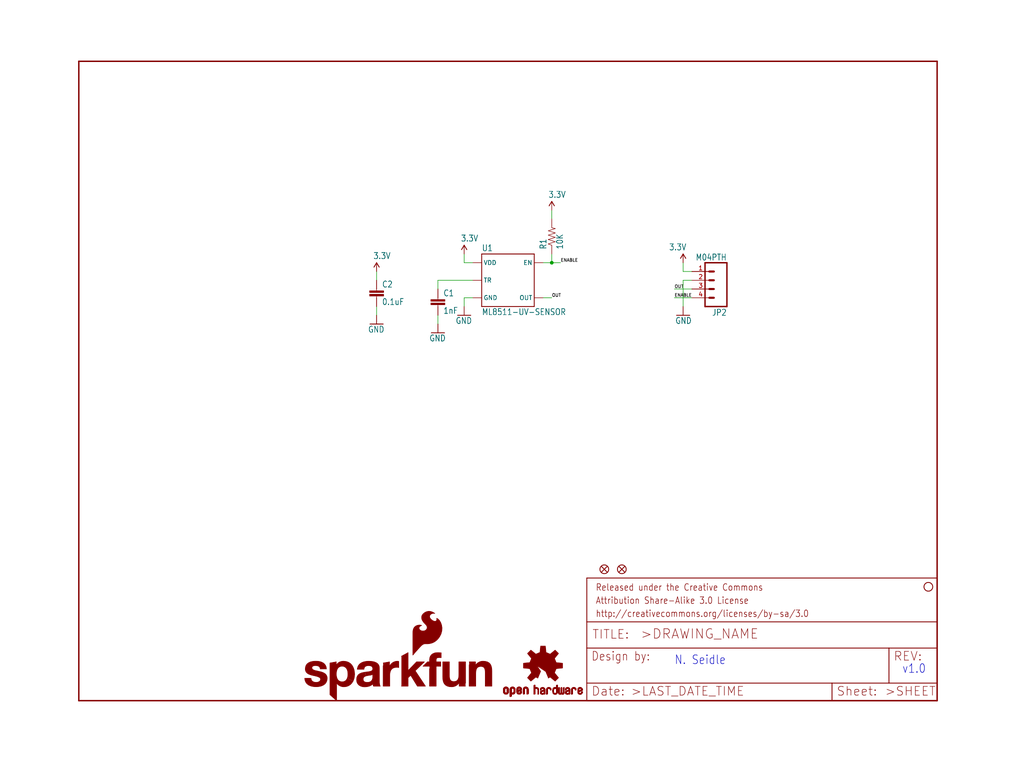
<source format=kicad_sch>
(kicad_sch (version 20211123) (generator eeschema)
  (paper "User" 297.002 223.926)
  (lib_symbols
    (symbol "eagleSchem-eagle-import:0.1UF-25V(+80{slash}-20%)(0603)"
      (property "Reference" "C" (at 1.524 2.921 0))
      (property "Value" "0.1UF-25V(+80{slash}-20%)(0603)" (at 1.524 -2.159 0))
      (symbol "0.1UF-25V(+80{slash}-20%)(0603)_1_0"
        (pin passive line (at 0 5.08 270) (length 2.54) (name "1") (number "1"))
        (pin passive line (at 0 -2.54 90) (length 2.54) (name "2") (number "2"))
      )
    )
    (symbol "eagleSchem-eagle-import:10KOHM1{slash}10W1%(0603)0603"
      (property "Reference" "R" (at -3.81 1.4986 0))
      (property "Value" "10KOHM1{slash}10W1%(0603)0603" (at -3.81 -3.302 0))
      (symbol "10KOHM1{slash}10W1%(0603)0603_1_0"
        (pin passive line (at -5.08 0 0) (length 2.54) (name "1") (number "1"))
        (pin passive line (at 5.08 0 180) (length 2.54) (name "2") (number "2"))
      )
    )
    (symbol "eagleSchem-eagle-import:1NF{slash}1000PF-50V-10%(0603)"
      (property "Reference" "C" (at 1.524 2.921 0))
      (property "Value" "1NF{slash}1000PF-50V-10%(0603)" (at 1.524 -2.159 0))
      (symbol "1NF{slash}1000PF-50V-10%(0603)_1_0"
        (pin passive line (at 0 5.08 270) (length 2.54) (name "1") (number "1"))
        (pin passive line (at 0 -2.54 90) (length 2.54) (name "2") (number "2"))
      )
    )
    (symbol "eagleSchem-eagle-import:3.3V" (power)
      (property "Value" "3.3V" (at -1.016 3.556 0))
      (symbol "3.3V_1_0"
        (pin power_in line (at 0 0 90) (length 2.54) (name "3.3V") (number "1"))
      )
    )
    (symbol "eagleSchem-eagle-import:FIDUCIAL1X2")
    (symbol "eagleSchem-eagle-import:FRAME-LETTER"
      (symbol "FRAME-LETTER_2_0"
        (text ">DRAWING_NAME" (at 15.494 17.78 0) (effects (font (size 2.7432 2.7432)) (justify left bottom)))
        (text ">LAST_DATE_TIME" (at 12.7 1.27 0) (effects (font (size 2.54 2.54)) (justify left bottom)))
        (text ">SHEET" (at 86.36 1.27 0) (effects (font (size 2.54 2.54)) (justify left bottom)))
        (text "Attribution Share-Alike 3.0 License" (at 2.54 27.94 0) (effects (font (size 1.9304 1.6408)) (justify left bottom)))
        (text "Date:" (at 1.27 1.27 0) (effects (font (size 2.54 2.54)) (justify left bottom)))
        (text "Design by:" (at 1.27 11.43 0) (effects (font (size 2.54 2.159)) (justify left bottom)))
        (text "http://creativecommons.org/licenses/by-sa/3.0" (at 2.54 24.13 0) (effects (font (size 1.9304 1.6408)) (justify left bottom)))
        (text "Released under the Creative Commons" (at 2.54 31.75 0) (effects (font (size 1.9304 1.6408)) (justify left bottom)))
        (text "REV:" (at 88.9 11.43 0) (effects (font (size 2.54 2.54)) (justify left bottom)))
        (text "Sheet:" (at 72.39 1.27 0) (effects (font (size 2.54 2.54)) (justify left bottom)))
        (text "TITLE:" (at 1.524 17.78 0) (effects (font (size 2.54 2.54)) (justify left bottom)))
      )
    )
    (symbol "eagleSchem-eagle-import:GND" (power)
      (property "Value" "GND" (at -2.54 -2.54 0))
      (symbol "GND_1_0"
        (pin power_in line (at 0 2.54 270) (length 2.54) (name "GND") (number "1"))
      )
    )
    (symbol "eagleSchem-eagle-import:M04PTH"
      (property "Reference" "JP" (at -5.08 8.382 0))
      (property "Value" "M04PTH" (at -5.08 -7.62 0))
      (symbol "M04PTH_1_0"
        (pin passive line (at 5.08 -2.54 180) (length 5.08) (name "1") (number "1"))
        (pin passive line (at 5.08 0 180) (length 5.08) (name "2") (number "2"))
        (pin passive line (at 5.08 2.54 180) (length 5.08) (name "3") (number "3"))
        (pin passive line (at 5.08 5.08 180) (length 5.08) (name "4") (number "4"))
      )
    )
    (symbol "eagleSchem-eagle-import:ML8511-UV-SENSORSMD"
      (property "Reference" "U" (at -7.62 8.382 0))
      (property "Value" "ML8511-UV-SENSORSMD" (at -7.62 -10.16 0))
      (symbol "ML8511-UV-SENSORSMD_1_0"
        (pin power_in line (at -10.16 0 0) (length 2.54) (name "TR") (number "10"))
        (pin input line (at 10.16 5.08 180) (length 2.54) (name "EN") (number "4"))
        (pin power_in line (at -10.16 -5.08 0) (length 2.54) (name "GND") (number "5"))
        (pin power_in line (at -10.16 5.08 0) (length 2.54) (name "VDD") (number "7"))
        (pin output line (at 10.16 -5.08 180) (length 2.54) (name "OUT") (number "8"))
      )
    )
    (symbol "eagleSchem-eagle-import:OSHW-LOGOS")
    (symbol "eagleSchem-eagle-import:SFE_LOGO_FLAME.1_INCH")
    (symbol "eagleSchem-eagle-import:SFE_LOGO_NAME.1_INCH")
    (symbol "eagleSchem-eagle-import:STAND-OFF")
  )
  (junction (at 160.02 76.2))
  (wire (pts (xy 160.02 60.96) (xy 160.02 63.5)))
  (wire (pts (xy 198.12 81.28) (xy 198.12 88.9)))
  (wire (pts (xy 134.62 86.36) (xy 134.62 88.9)))
  (wire (pts (xy 160.02 73.66) (xy 160.02 76.2)))
  (wire (pts (xy 200.66 81.28) (xy 198.12 81.28)))
  (wire (pts (xy 109.22 88.9) (xy 109.22 91.44)))
  (wire (pts (xy 157.48 76.2) (xy 160.02 76.2)))
  (wire (pts (xy 137.16 76.2) (xy 134.62 76.2)))
  (wire (pts (xy 134.62 76.2) (xy 134.62 73.66)))
  (wire (pts (xy 109.22 78.74) (xy 109.22 81.28)))
  (wire (pts (xy 200.66 86.36) (xy 195.58 86.36)))
  (wire (pts (xy 160.02 76.2) (xy 162.56 76.2)))
  (wire (pts (xy 157.48 86.36) (xy 160.02 86.36)))
  (wire (pts (xy 200.66 83.82) (xy 195.58 83.82)))
  (wire (pts (xy 200.66 78.74) (xy 198.12 78.74)))
  (wire (pts (xy 127 81.28) (xy 127 83.82)))
  (wire (pts (xy 137.16 81.28) (xy 127 81.28)))
  (wire (pts (xy 137.16 86.36) (xy 134.62 86.36)))
  (wire (pts (xy 127 91.44) (xy 127 93.98)))
  (wire (pts (xy 198.12 78.74) (xy 198.12 76.2)))
  (text "v1.0" (at 261.62 195.58 180) (effects (font (size 2.54 2.159)) (justify left bottom)))
  (text "N. Seidle" (at 195.58 193.04 180) (effects (font (size 2.54 2.159)) (justify left bottom)))
  (label "ENABLE" (at 195.58 86.36 0) (effects (font (size 0.889 0.889))))
  (label "OUT" (at 195.58 83.82 0) (effects (font (size 0.889 0.889))))
  (label "OUT" (at 160.02 86.36 0) (effects (font (size 0.889 0.889))))
  (label "ENABLE" (at 162.56 76.2 0) (effects (font (size 0.889 0.889))))
  (symbol (lib_id "eagleSchem-eagle-import:FIDUCIAL1X2") (at 175.26 165.1 0) (unit 1)
    (property "Reference" "FID1" (effects hide))
    (property "Value" "FIDUCIAL1X2" (effects hide))
    (property "Footprint" "eagleSchem:FIDUCIAL-1X2" (effects hide))
  )
  (symbol (lib_id "eagleSchem-eagle-import:ML8511-UV-SENSORSMD") (at 147.32 81.28 0) (unit 1)
    (property "Reference" "U1" (at 139.7 72.898 0) (effects (font (size 1.778 1.5113)) (justify left bottom)))
    (property "Value" "ML8511-UV-SENSOR" (at 139.7 91.44 0) (effects (font (size 1.778 1.5113)) (justify left bottom)))
    (property "Footprint" "eagleSchem:ML8511" (effects hide))
  )
  (symbol (lib_id "eagleSchem-eagle-import:SFE_LOGO_FLAME.1_INCH") (at 119.38 190.5 0) (unit 1)
    (property "Reference" "LOGO3" (effects hide))
    (property "Value" "SFE_LOGO_FLAME.1_INCH" (effects hide))
    (property "Footprint" "eagleSchem:SFE_LOGO_FLAME_.1" (effects hide))
  )
  (symbol (lib_id "eagleSchem-eagle-import:GND") (at 198.12 91.44 0) (mirror y) (unit 1)
    (property "Reference" "#GND1" (effects hide))
    (property "Value" "GND" (at 200.66 93.98 0) (effects (font (size 1.778 1.5113)) (justify left bottom)))
    (property "Footprint" "eagleSchem:" (effects hide))
  )
  (symbol (lib_id "eagleSchem-eagle-import:STAND-OFF") (at 269.24 170.18 0) (unit 1)
    (property "Reference" "STANDOFF1" (effects hide))
    (property "Value" "STAND-OFF" (effects hide))
    (property "Footprint" "eagleSchem:STAND-OFF" (effects hide))
  )
  (symbol (lib_id "eagleSchem-eagle-import:OSHW-LOGOS") (at 157.48 193.04 0) (unit 1)
    (property "Reference" "LOGO2" (effects hide))
    (property "Value" "OSHW-LOGOS" (effects hide))
    (property "Footprint" "eagleSchem:OSHW-LOGO-S" (effects hide))
  )
  (symbol (lib_id "eagleSchem-eagle-import:1NF{slash}1000PF-50V-10%(0603)") (at 127 88.9 0) (unit 1)
    (property "Reference" "C1" (at 128.524 85.979 0) (effects (font (size 1.778 1.5113)) (justify left bottom)))
    (property "Value" "1nF" (at 128.524 91.059 0) (effects (font (size 1.778 1.5113)) (justify left bottom)))
    (property "Footprint" "eagleSchem:0603-CAP" (effects hide))
  )
  (symbol (lib_id "eagleSchem-eagle-import:3.3V") (at 198.12 76.2 0) (mirror y) (unit 1)
    (property "Reference" "#SUPPLY2" (effects hide))
    (property "Value" "3.3V" (at 199.136 72.644 0) (effects (font (size 1.778 1.5113)) (justify left bottom)))
    (property "Footprint" "eagleSchem:" (effects hide))
  )
  (symbol (lib_id "eagleSchem-eagle-import:3.3V") (at 134.62 73.66 0) (unit 1)
    (property "Reference" "#SUPPLY1" (effects hide))
    (property "Value" "3.3V" (at 133.604 70.104 0) (effects (font (size 1.778 1.5113)) (justify left bottom)))
    (property "Footprint" "eagleSchem:" (effects hide))
  )
  (symbol (lib_id "eagleSchem-eagle-import:3.3V") (at 160.02 60.96 0) (unit 1)
    (property "Reference" "#SUPPLY4" (effects hide))
    (property "Value" "3.3V" (at 159.004 57.404 0) (effects (font (size 1.778 1.5113)) (justify left bottom)))
    (property "Footprint" "eagleSchem:" (effects hide))
  )
  (symbol (lib_id "eagleSchem-eagle-import:M04PTH") (at 205.74 81.28 180) (unit 1)
    (property "Reference" "JP2" (at 210.82 89.662 0) (effects (font (size 1.778 1.5113)) (justify left bottom)))
    (property "Value" "M04PTH" (at 210.82 73.66 0) (effects (font (size 1.778 1.5113)) (justify left bottom)))
    (property "Footprint" "eagleSchem:1X04" (effects hide))
  )
  (symbol (lib_id "eagleSchem-eagle-import:0.1UF-25V(+80{slash}-20%)(0603)") (at 109.22 86.36 0) (unit 1)
    (property "Reference" "C2" (at 110.744 83.439 0) (effects (font (size 1.778 1.5113)) (justify left bottom)))
    (property "Value" "0.1uF" (at 110.744 88.519 0) (effects (font (size 1.778 1.5113)) (justify left bottom)))
    (property "Footprint" "eagleSchem:0603-CAP" (effects hide))
  )
  (symbol (lib_id "eagleSchem-eagle-import:3.3V") (at 109.22 78.74 0) (unit 1)
    (property "Reference" "#SUPPLY3" (effects hide))
    (property "Value" "3.3V" (at 108.204 75.184 0) (effects (font (size 1.778 1.5113)) (justify left bottom)))
    (property "Footprint" "eagleSchem:" (effects hide))
  )
  (symbol (lib_id "eagleSchem-eagle-import:FRAME-LETTER") (at 22.86 203.2 0) (unit 1)
    (property "Reference" "FRAME2" (effects hide))
    (property "Value" "FRAME-LETTER" (effects hide))
    (property "Footprint" "eagleSchem:CREATIVE_COMMONS" (effects hide))
  )
  (symbol (lib_id "eagleSchem-eagle-import:10KOHM1{slash}10W1%(0603)0603") (at 160.02 68.58 90) (unit 1)
    (property "Reference" "R1" (at 158.5214 72.39 0) (effects (font (size 1.778 1.5113)) (justify left bottom)))
    (property "Value" "10K" (at 163.322 72.39 0) (effects (font (size 1.778 1.5113)) (justify left bottom)))
    (property "Footprint" "eagleSchem:0603-RES" (effects hide))
  )
  (symbol (lib_id "eagleSchem-eagle-import:FRAME-LETTER") (at 170.18 203.2 0) (unit 2)
    (property "Reference" "FRAME2" (effects hide))
    (property "Value" "FRAME-LETTER" (effects hide))
    (property "Footprint" "eagleSchem:CREATIVE_COMMONS" (effects hide))
  )
  (symbol (lib_id "eagleSchem-eagle-import:GND") (at 109.22 93.98 0) (unit 1)
    (property "Reference" "#GND4" (effects hide))
    (property "Value" "GND" (at 106.68 96.52 0) (effects (font (size 1.778 1.5113)) (justify left bottom)))
    (property "Footprint" "eagleSchem:" (effects hide))
  )
  (symbol (lib_id "eagleSchem-eagle-import:GND") (at 127 96.52 0) (unit 1)
    (property "Reference" "#GND3" (effects hide))
    (property "Value" "GND" (at 124.46 99.06 0) (effects (font (size 1.778 1.5113)) (justify left bottom)))
    (property "Footprint" "eagleSchem:" (effects hide))
  )
  (symbol (lib_id "eagleSchem-eagle-import:SFE_LOGO_NAME.1_INCH") (at 86.36 203.2 0) (unit 1)
    (property "Reference" "LOGO4" (effects hide))
    (property "Value" "SFE_LOGO_NAME.1_INCH" (effects hide))
    (property "Footprint" "eagleSchem:SFE_LOGO_NAME_.1" (effects hide))
  )
  (symbol (lib_id "eagleSchem-eagle-import:GND") (at 134.62 91.44 0) (unit 1)
    (property "Reference" "#GND2" (effects hide))
    (property "Value" "GND" (at 132.08 93.98 0) (effects (font (size 1.778 1.5113)) (justify left bottom)))
    (property "Footprint" "eagleSchem:" (effects hide))
  )
  (symbol (lib_id "eagleSchem-eagle-import:FIDUCIAL1X2") (at 180.34 165.1 0) (unit 1)
    (property "Reference" "FID2" (effects hide))
    (property "Value" "FIDUCIAL1X2" (effects hide))
    (property "Footprint" "eagleSchem:FIDUCIAL-1X2" (effects hide))
  )
)
</source>
